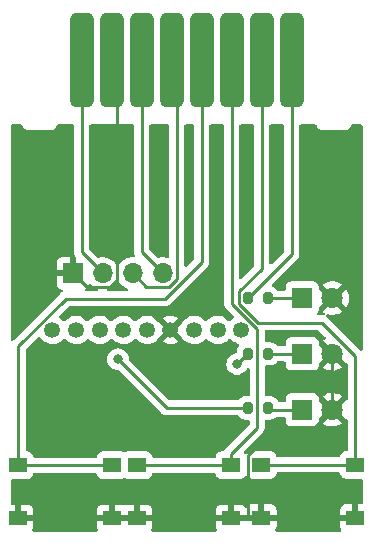
<source format=gtl>
G04 #@! TF.GenerationSoftware,KiCad,Pcbnew,(6.0.4)*
G04 #@! TF.CreationDate,2023-05-30T12:56:23+02:00*
G04 #@! TF.ProjectId,MicroPicoDriveCartridge,4d696372-6f50-4696-936f-447269766543,rev?*
G04 #@! TF.SameCoordinates,Original*
G04 #@! TF.FileFunction,Copper,L1,Top*
G04 #@! TF.FilePolarity,Positive*
%FSLAX46Y46*%
G04 Gerber Fmt 4.6, Leading zero omitted, Abs format (unit mm)*
G04 Created by KiCad (PCBNEW (6.0.4)) date 2023-05-30 12:56:23*
%MOMM*%
%LPD*%
G01*
G04 APERTURE LIST*
G04 Aperture macros list*
%AMRoundRect*
0 Rectangle with rounded corners*
0 $1 Rounding radius*
0 $2 $3 $4 $5 $6 $7 $8 $9 X,Y pos of 4 corners*
0 Add a 4 corners polygon primitive as box body*
4,1,4,$2,$3,$4,$5,$6,$7,$8,$9,$2,$3,0*
0 Add four circle primitives for the rounded corners*
1,1,$1+$1,$2,$3*
1,1,$1+$1,$4,$5*
1,1,$1+$1,$6,$7*
1,1,$1+$1,$8,$9*
0 Add four rect primitives between the rounded corners*
20,1,$1+$1,$2,$3,$4,$5,0*
20,1,$1+$1,$4,$5,$6,$7,0*
20,1,$1+$1,$6,$7,$8,$9,0*
20,1,$1+$1,$8,$9,$2,$3,0*%
G04 Aperture macros list end*
G04 #@! TA.AperFunction,ComponentPad*
%ADD10R,1.800000X1.800000*%
G04 #@! TD*
G04 #@! TA.AperFunction,ComponentPad*
%ADD11C,1.800000*%
G04 #@! TD*
G04 #@! TA.AperFunction,SMDPad,CuDef*
%ADD12RoundRect,0.200000X-0.200000X-0.275000X0.200000X-0.275000X0.200000X0.275000X-0.200000X0.275000X0*%
G04 #@! TD*
G04 #@! TA.AperFunction,SMDPad,CuDef*
%ADD13RoundRect,0.500000X-0.500000X-3.500000X0.500000X-3.500000X0.500000X3.500000X-0.500000X3.500000X0*%
G04 #@! TD*
G04 #@! TA.AperFunction,SMDPad,CuDef*
%ADD14R,1.550000X1.300000*%
G04 #@! TD*
G04 #@! TA.AperFunction,ComponentPad*
%ADD15R,1.700000X1.700000*%
G04 #@! TD*
G04 #@! TA.AperFunction,ComponentPad*
%ADD16O,1.700000X1.700000*%
G04 #@! TD*
G04 #@! TA.AperFunction,ComponentPad*
%ADD17C,1.350000*%
G04 #@! TD*
G04 #@! TA.AperFunction,ViaPad*
%ADD18C,0.800000*%
G04 #@! TD*
G04 #@! TA.AperFunction,Conductor*
%ADD19C,0.250000*%
G04 #@! TD*
G04 APERTURE END LIST*
D10*
X152525000Y-88100000D03*
D11*
X155065000Y-88100000D03*
D12*
X147925000Y-92825000D03*
X149575000Y-92825000D03*
D13*
X133835000Y-67975000D03*
X136375000Y-67975000D03*
X138915000Y-67975000D03*
X141455000Y-67975000D03*
X143995000Y-67975000D03*
X146535000Y-67975000D03*
X149075000Y-67975000D03*
X151615000Y-67975000D03*
D14*
X136400000Y-102250000D03*
X128450000Y-102250000D03*
X136400000Y-106750000D03*
X128450000Y-106750000D03*
D10*
X152525000Y-97550000D03*
D11*
X155065000Y-97550000D03*
D14*
X146475000Y-102250000D03*
X138525000Y-102250000D03*
X146475000Y-106750000D03*
X138525000Y-106750000D03*
D15*
X133065000Y-86000000D03*
D16*
X135605000Y-86000000D03*
X138145000Y-86000000D03*
X140685000Y-86000000D03*
D12*
X147925000Y-97400000D03*
X149575000Y-97400000D03*
D14*
X157000000Y-102225000D03*
X149050000Y-102225000D03*
X157000000Y-106725000D03*
X149050000Y-106725000D03*
D12*
X147925000Y-88100000D03*
X149575000Y-88100000D03*
D10*
X152525000Y-92825000D03*
D11*
X155065000Y-92825000D03*
D17*
X147350000Y-90800000D03*
X145350000Y-90800000D03*
X143350000Y-90800000D03*
X141350000Y-90800000D03*
X139350000Y-90800000D03*
X137350000Y-90800000D03*
X135350000Y-90800000D03*
X133350000Y-90800000D03*
X131350000Y-90800000D03*
D18*
X140075000Y-75250000D03*
X142950000Y-75975000D03*
X135575000Y-81425000D03*
X137800000Y-80550000D03*
X132200000Y-75125000D03*
X135100000Y-75825000D03*
X147625000Y-81950000D03*
X150200000Y-75800000D03*
X146994300Y-93691600D03*
X136912500Y-93278200D03*
D19*
X152525000Y-88100000D02*
X149575000Y-88100000D01*
X136790800Y-68390800D02*
X136790800Y-86565300D01*
X148500000Y-106725000D02*
X147949900Y-106725000D01*
X146475000Y-106750000D02*
X147924900Y-106750000D01*
X136172700Y-87183400D02*
X134248400Y-87183400D01*
X155065000Y-97550000D02*
X152702300Y-99912700D01*
X152702300Y-99912700D02*
X149389300Y-99912700D01*
X128450000Y-106750000D02*
X136400000Y-106750000D01*
X138525000Y-106750000D02*
X146475000Y-106750000D01*
X136790800Y-86565300D02*
X136172700Y-87183400D01*
X136375000Y-67975000D02*
X136790800Y-68390800D01*
X134248400Y-87183400D02*
X133065000Y-86000000D01*
X147949900Y-101352100D02*
X147949900Y-106725000D01*
X155065000Y-92825000D02*
X155065000Y-97550000D01*
X147924900Y-106750000D02*
X147949900Y-106725000D01*
X148500000Y-106725000D02*
X149050000Y-106725000D01*
X136400000Y-106750000D02*
X138525000Y-106750000D01*
X149050000Y-106725000D02*
X157000000Y-106725000D01*
X149389300Y-99912700D02*
X147949900Y-101352100D01*
X152525000Y-92825000D02*
X149575000Y-92825000D01*
X149725000Y-97550000D02*
X149575000Y-97400000D01*
X152525000Y-97550000D02*
X149725000Y-97550000D01*
X133835000Y-67975000D02*
X133835000Y-84230000D01*
X133835000Y-84230000D02*
X135605000Y-86000000D01*
X147860900Y-92825000D02*
X147925000Y-92825000D01*
X146994300Y-93691600D02*
X147860900Y-92825000D01*
X141034300Y-97400000D02*
X147925000Y-97400000D01*
X136912500Y-93278200D02*
X141034300Y-97400000D01*
X138915000Y-84230000D02*
X140685000Y-86000000D01*
X138915000Y-67975000D02*
X138915000Y-84230000D01*
X141226700Y-87179700D02*
X139324700Y-87179700D01*
X141885000Y-86521400D02*
X141226700Y-87179700D01*
X139324700Y-87179700D02*
X138145000Y-86000000D01*
X141885000Y-68405000D02*
X141885000Y-86521400D01*
X141455000Y-67975000D02*
X141885000Y-68405000D01*
X140891600Y-88151500D02*
X132470200Y-88151500D01*
X143995000Y-67975000D02*
X143995000Y-85048100D01*
X128475000Y-92146700D02*
X128475000Y-102225000D01*
X130294600Y-102250000D02*
X136400000Y-102250000D01*
X143995000Y-85048100D02*
X140891600Y-88151500D01*
X132470200Y-88151500D02*
X128475000Y-92146700D01*
X128450000Y-102250000D02*
X130294600Y-102250000D01*
X128475000Y-102225000D02*
X128450000Y-102250000D01*
X148685900Y-99064000D02*
X146475000Y-101274900D01*
X138525000Y-102250000D02*
X139625100Y-102250000D01*
X146535000Y-67975000D02*
X146535000Y-88570400D01*
X146475000Y-102250000D02*
X139625100Y-102250000D01*
X146475000Y-102250000D02*
X146475000Y-101274900D01*
X148685900Y-90721300D02*
X148685900Y-99064000D01*
X146535000Y-88570400D02*
X148685900Y-90721300D01*
X147199000Y-87524200D02*
X149075000Y-85648200D01*
X154194500Y-90196100D02*
X148799800Y-90196100D01*
X148799800Y-90196100D02*
X147199000Y-88595300D01*
X147199000Y-88595300D02*
X147199000Y-87524200D01*
X156320600Y-102225000D02*
X157000000Y-102225000D01*
X149075000Y-85648200D02*
X149075000Y-67975000D01*
X157000000Y-93001600D02*
X154194500Y-90196100D01*
X157000000Y-102225000D02*
X157000000Y-93001600D01*
X149050000Y-102225000D02*
X156320600Y-102225000D01*
X151615000Y-84410000D02*
X147925000Y-88100000D01*
X151615000Y-67975000D02*
X151615000Y-84410000D01*
G04 #@! TA.AperFunction,Conductor*
G36*
X155664546Y-102878502D02*
G01*
X155711039Y-102932158D01*
X155721688Y-102970892D01*
X155723255Y-102985316D01*
X155774385Y-103121705D01*
X155861739Y-103238261D01*
X155978295Y-103325615D01*
X156114684Y-103376745D01*
X156176866Y-103383500D01*
X157490500Y-103383500D01*
X157558621Y-103403502D01*
X157605114Y-103457158D01*
X157616500Y-103509500D01*
X157616500Y-105441000D01*
X157596498Y-105509121D01*
X157542842Y-105555614D01*
X157490500Y-105567000D01*
X157272115Y-105567000D01*
X157256876Y-105571475D01*
X157255671Y-105572865D01*
X157254000Y-105580548D01*
X157254000Y-106853000D01*
X157233998Y-106921121D01*
X157180342Y-106967614D01*
X157128000Y-106979000D01*
X155735116Y-106979000D01*
X155719877Y-106983475D01*
X155718672Y-106984865D01*
X155717001Y-106992548D01*
X155717001Y-107419669D01*
X155717371Y-107426490D01*
X155722895Y-107477352D01*
X155726521Y-107492604D01*
X155771676Y-107613054D01*
X155780214Y-107628649D01*
X155807409Y-107664935D01*
X155832257Y-107731442D01*
X155817204Y-107800824D01*
X155767030Y-107851054D01*
X155706583Y-107866500D01*
X150343417Y-107866500D01*
X150275296Y-107846498D01*
X150228803Y-107792842D01*
X150218699Y-107722568D01*
X150242591Y-107664935D01*
X150269786Y-107628649D01*
X150278324Y-107613054D01*
X150323478Y-107492606D01*
X150327105Y-107477351D01*
X150332631Y-107426486D01*
X150333000Y-107419672D01*
X150333000Y-106997115D01*
X150328525Y-106981876D01*
X150327135Y-106980671D01*
X150319452Y-106979000D01*
X147816115Y-106979000D01*
X147771720Y-106992035D01*
X147761043Y-106998897D01*
X147725548Y-107004000D01*
X145210116Y-107004000D01*
X145194877Y-107008475D01*
X145193672Y-107009865D01*
X145192001Y-107017548D01*
X145192001Y-107444669D01*
X145192371Y-107451490D01*
X145197895Y-107502352D01*
X145201521Y-107517604D01*
X145246676Y-107638054D01*
X145255212Y-107653644D01*
X145263673Y-107664934D01*
X145288521Y-107731440D01*
X145273469Y-107800823D01*
X145223295Y-107851053D01*
X145162847Y-107866500D01*
X139837153Y-107866500D01*
X139769032Y-107846498D01*
X139722539Y-107792842D01*
X139712435Y-107722568D01*
X139736327Y-107664934D01*
X139744788Y-107653644D01*
X139753324Y-107638054D01*
X139798478Y-107517606D01*
X139802105Y-107502351D01*
X139807631Y-107451486D01*
X139808000Y-107444672D01*
X139808000Y-107022115D01*
X139803525Y-107006876D01*
X139802135Y-107005671D01*
X139794452Y-107004000D01*
X135135116Y-107004000D01*
X135119877Y-107008475D01*
X135118672Y-107009865D01*
X135117001Y-107017548D01*
X135117001Y-107444669D01*
X135117371Y-107451490D01*
X135122895Y-107502352D01*
X135126521Y-107517604D01*
X135171676Y-107638054D01*
X135180212Y-107653644D01*
X135188673Y-107664934D01*
X135213521Y-107731440D01*
X135198469Y-107800823D01*
X135148295Y-107851053D01*
X135087847Y-107866500D01*
X129762153Y-107866500D01*
X129694032Y-107846498D01*
X129647539Y-107792842D01*
X129637435Y-107722568D01*
X129661327Y-107664934D01*
X129669788Y-107653644D01*
X129678324Y-107638054D01*
X129723478Y-107517606D01*
X129727105Y-107502351D01*
X129732631Y-107451486D01*
X129733000Y-107444672D01*
X129733000Y-107022115D01*
X129728525Y-107006876D01*
X129727135Y-107005671D01*
X129719452Y-107004000D01*
X128322000Y-107004000D01*
X128253879Y-106983998D01*
X128207386Y-106930342D01*
X128196000Y-106878000D01*
X128196000Y-106477885D01*
X128704000Y-106477885D01*
X128708475Y-106493124D01*
X128709865Y-106494329D01*
X128717548Y-106496000D01*
X129714884Y-106496000D01*
X129730123Y-106491525D01*
X129731328Y-106490135D01*
X129732999Y-106482452D01*
X129732999Y-106477885D01*
X135117000Y-106477885D01*
X135121475Y-106493124D01*
X135122865Y-106494329D01*
X135130548Y-106496000D01*
X136127885Y-106496000D01*
X136143124Y-106491525D01*
X136144329Y-106490135D01*
X136146000Y-106482452D01*
X136146000Y-106477885D01*
X136654000Y-106477885D01*
X136658475Y-106493124D01*
X136659865Y-106494329D01*
X136667548Y-106496000D01*
X138252885Y-106496000D01*
X138268124Y-106491525D01*
X138269329Y-106490135D01*
X138271000Y-106482452D01*
X138271000Y-106477885D01*
X138779000Y-106477885D01*
X138783475Y-106493124D01*
X138784865Y-106494329D01*
X138792548Y-106496000D01*
X139789884Y-106496000D01*
X139805123Y-106491525D01*
X139806328Y-106490135D01*
X139807999Y-106482452D01*
X139807999Y-106477885D01*
X145192000Y-106477885D01*
X145196475Y-106493124D01*
X145197865Y-106494329D01*
X145205548Y-106496000D01*
X146202885Y-106496000D01*
X146218124Y-106491525D01*
X146219329Y-106490135D01*
X146221000Y-106482452D01*
X146221000Y-106477885D01*
X146729000Y-106477885D01*
X146733475Y-106493124D01*
X146734865Y-106494329D01*
X146742548Y-106496000D01*
X147708885Y-106496000D01*
X147753280Y-106482965D01*
X147763957Y-106476103D01*
X147799452Y-106471000D01*
X148777885Y-106471000D01*
X148793124Y-106466525D01*
X148794329Y-106465135D01*
X148796000Y-106457452D01*
X148796000Y-106452885D01*
X149304000Y-106452885D01*
X149308475Y-106468124D01*
X149309865Y-106469329D01*
X149317548Y-106471000D01*
X150314884Y-106471000D01*
X150330123Y-106466525D01*
X150331328Y-106465135D01*
X150332999Y-106457452D01*
X150332999Y-106452885D01*
X155717000Y-106452885D01*
X155721475Y-106468124D01*
X155722865Y-106469329D01*
X155730548Y-106471000D01*
X156727885Y-106471000D01*
X156743124Y-106466525D01*
X156744329Y-106465135D01*
X156746000Y-106457452D01*
X156746000Y-105585116D01*
X156741525Y-105569877D01*
X156740135Y-105568672D01*
X156732452Y-105567001D01*
X156180331Y-105567001D01*
X156173510Y-105567371D01*
X156122648Y-105572895D01*
X156107396Y-105576521D01*
X155986946Y-105621676D01*
X155971351Y-105630214D01*
X155869276Y-105706715D01*
X155856715Y-105719276D01*
X155780214Y-105821351D01*
X155771676Y-105836946D01*
X155726522Y-105957394D01*
X155722895Y-105972649D01*
X155717369Y-106023514D01*
X155717000Y-106030328D01*
X155717000Y-106452885D01*
X150332999Y-106452885D01*
X150332999Y-106030331D01*
X150332629Y-106023510D01*
X150327105Y-105972648D01*
X150323479Y-105957396D01*
X150278324Y-105836946D01*
X150269786Y-105821351D01*
X150193285Y-105719276D01*
X150180724Y-105706715D01*
X150078649Y-105630214D01*
X150063054Y-105621676D01*
X149942606Y-105576522D01*
X149927351Y-105572895D01*
X149876486Y-105567369D01*
X149869672Y-105567000D01*
X149322115Y-105567000D01*
X149306876Y-105571475D01*
X149305671Y-105572865D01*
X149304000Y-105580548D01*
X149304000Y-106452885D01*
X148796000Y-106452885D01*
X148796000Y-105585116D01*
X148791525Y-105569877D01*
X148790135Y-105568672D01*
X148782452Y-105567001D01*
X148230331Y-105567001D01*
X148223510Y-105567371D01*
X148172648Y-105572895D01*
X148157396Y-105576521D01*
X148036946Y-105621676D01*
X148021351Y-105630214D01*
X147919276Y-105706715D01*
X147906719Y-105719272D01*
X147853959Y-105789670D01*
X147797099Y-105832185D01*
X147726281Y-105837211D01*
X147663987Y-105803151D01*
X147652306Y-105789670D01*
X147618285Y-105744276D01*
X147605724Y-105731715D01*
X147503649Y-105655214D01*
X147488054Y-105646676D01*
X147367606Y-105601522D01*
X147352351Y-105597895D01*
X147301486Y-105592369D01*
X147294672Y-105592000D01*
X146747115Y-105592000D01*
X146731876Y-105596475D01*
X146730671Y-105597865D01*
X146729000Y-105605548D01*
X146729000Y-106477885D01*
X146221000Y-106477885D01*
X146221000Y-105610116D01*
X146216525Y-105594877D01*
X146215135Y-105593672D01*
X146207452Y-105592001D01*
X145655331Y-105592001D01*
X145648510Y-105592371D01*
X145597648Y-105597895D01*
X145582396Y-105601521D01*
X145461946Y-105646676D01*
X145446351Y-105655214D01*
X145344276Y-105731715D01*
X145331715Y-105744276D01*
X145255214Y-105846351D01*
X145246676Y-105861946D01*
X145201522Y-105982394D01*
X145197895Y-105997649D01*
X145192369Y-106048514D01*
X145192000Y-106055328D01*
X145192000Y-106477885D01*
X139807999Y-106477885D01*
X139807999Y-106055331D01*
X139807629Y-106048510D01*
X139802105Y-105997648D01*
X139798479Y-105982396D01*
X139753324Y-105861946D01*
X139744786Y-105846351D01*
X139668285Y-105744276D01*
X139655724Y-105731715D01*
X139553649Y-105655214D01*
X139538054Y-105646676D01*
X139417606Y-105601522D01*
X139402351Y-105597895D01*
X139351486Y-105592369D01*
X139344672Y-105592000D01*
X138797115Y-105592000D01*
X138781876Y-105596475D01*
X138780671Y-105597865D01*
X138779000Y-105605548D01*
X138779000Y-106477885D01*
X138271000Y-106477885D01*
X138271000Y-105610116D01*
X138266525Y-105594877D01*
X138265135Y-105593672D01*
X138257452Y-105592001D01*
X137705331Y-105592001D01*
X137698510Y-105592371D01*
X137647648Y-105597895D01*
X137632394Y-105601522D01*
X137506729Y-105648631D01*
X137435922Y-105653814D01*
X137418271Y-105648631D01*
X137292609Y-105601522D01*
X137277351Y-105597895D01*
X137226486Y-105592369D01*
X137219672Y-105592000D01*
X136672115Y-105592000D01*
X136656876Y-105596475D01*
X136655671Y-105597865D01*
X136654000Y-105605548D01*
X136654000Y-106477885D01*
X136146000Y-106477885D01*
X136146000Y-105610116D01*
X136141525Y-105594877D01*
X136140135Y-105593672D01*
X136132452Y-105592001D01*
X135580331Y-105592001D01*
X135573510Y-105592371D01*
X135522648Y-105597895D01*
X135507396Y-105601521D01*
X135386946Y-105646676D01*
X135371351Y-105655214D01*
X135269276Y-105731715D01*
X135256715Y-105744276D01*
X135180214Y-105846351D01*
X135171676Y-105861946D01*
X135126522Y-105982394D01*
X135122895Y-105997649D01*
X135117369Y-106048514D01*
X135117000Y-106055328D01*
X135117000Y-106477885D01*
X129732999Y-106477885D01*
X129732999Y-106055331D01*
X129732629Y-106048510D01*
X129727105Y-105997648D01*
X129723479Y-105982396D01*
X129678324Y-105861946D01*
X129669786Y-105846351D01*
X129593285Y-105744276D01*
X129580724Y-105731715D01*
X129478649Y-105655214D01*
X129463054Y-105646676D01*
X129342606Y-105601522D01*
X129327351Y-105597895D01*
X129276486Y-105592369D01*
X129269672Y-105592000D01*
X128722115Y-105592000D01*
X128706876Y-105596475D01*
X128705671Y-105597865D01*
X128704000Y-105605548D01*
X128704000Y-106477885D01*
X128196000Y-106477885D01*
X128196000Y-105610116D01*
X128191525Y-105594877D01*
X128190135Y-105593672D01*
X128182452Y-105592001D01*
X127959500Y-105592001D01*
X127891379Y-105571999D01*
X127844886Y-105518343D01*
X127833500Y-105466001D01*
X127833500Y-103534500D01*
X127853502Y-103466379D01*
X127907158Y-103419886D01*
X127959500Y-103408500D01*
X129273134Y-103408500D01*
X129335316Y-103401745D01*
X129471705Y-103350615D01*
X129588261Y-103263261D01*
X129675615Y-103146705D01*
X129726745Y-103010316D01*
X129728312Y-102995892D01*
X129755554Y-102930330D01*
X129813917Y-102889904D01*
X129853575Y-102883500D01*
X134996425Y-102883500D01*
X135064546Y-102903502D01*
X135111039Y-102957158D01*
X135121688Y-102995892D01*
X135123255Y-103010316D01*
X135174385Y-103146705D01*
X135261739Y-103263261D01*
X135378295Y-103350615D01*
X135514684Y-103401745D01*
X135576866Y-103408500D01*
X137223134Y-103408500D01*
X137285316Y-103401745D01*
X137292712Y-103398973D01*
X137292718Y-103398971D01*
X137418271Y-103351903D01*
X137489078Y-103346720D01*
X137506729Y-103351903D01*
X137632282Y-103398971D01*
X137632288Y-103398973D01*
X137639684Y-103401745D01*
X137701866Y-103408500D01*
X139348134Y-103408500D01*
X139410316Y-103401745D01*
X139546705Y-103350615D01*
X139663261Y-103263261D01*
X139750615Y-103146705D01*
X139801745Y-103010316D01*
X139803312Y-102995892D01*
X139830554Y-102930330D01*
X139888917Y-102889904D01*
X139928575Y-102883500D01*
X145071425Y-102883500D01*
X145139546Y-102903502D01*
X145186039Y-102957158D01*
X145196688Y-102995892D01*
X145198255Y-103010316D01*
X145249385Y-103146705D01*
X145336739Y-103263261D01*
X145453295Y-103350615D01*
X145589684Y-103401745D01*
X145651866Y-103408500D01*
X147298134Y-103408500D01*
X147360316Y-103401745D01*
X147496705Y-103350615D01*
X147613261Y-103263261D01*
X147671043Y-103186163D01*
X147727901Y-103143649D01*
X147798720Y-103138623D01*
X147861013Y-103172683D01*
X147872691Y-103186160D01*
X147911739Y-103238261D01*
X148028295Y-103325615D01*
X148164684Y-103376745D01*
X148226866Y-103383500D01*
X149873134Y-103383500D01*
X149935316Y-103376745D01*
X150071705Y-103325615D01*
X150188261Y-103238261D01*
X150275615Y-103121705D01*
X150326745Y-102985316D01*
X150328312Y-102970892D01*
X150355554Y-102905330D01*
X150413917Y-102864904D01*
X150453575Y-102858500D01*
X155596425Y-102858500D01*
X155664546Y-102878502D01*
G37*
G04 #@! TD.AperFunction*
G04 #@! TA.AperFunction,Conductor*
G36*
X145843621Y-73420002D02*
G01*
X145890114Y-73473658D01*
X145901500Y-73526000D01*
X145901500Y-88491633D01*
X145900973Y-88502816D01*
X145899298Y-88510309D01*
X145899547Y-88518235D01*
X145899547Y-88518236D01*
X145901438Y-88578386D01*
X145901500Y-88582345D01*
X145901500Y-88610256D01*
X145901997Y-88614190D01*
X145901997Y-88614191D01*
X145902005Y-88614256D01*
X145902938Y-88626093D01*
X145904327Y-88670289D01*
X145909978Y-88689739D01*
X145913987Y-88709100D01*
X145916526Y-88729197D01*
X145919445Y-88736568D01*
X145919445Y-88736570D01*
X145932804Y-88770312D01*
X145936649Y-88781542D01*
X145946480Y-88815381D01*
X145948982Y-88823993D01*
X145953015Y-88830812D01*
X145953017Y-88830817D01*
X145959293Y-88841428D01*
X145967988Y-88859176D01*
X145975448Y-88878017D01*
X145980110Y-88884433D01*
X145980110Y-88884434D01*
X146001436Y-88913787D01*
X146007952Y-88923707D01*
X146030458Y-88961762D01*
X146044779Y-88976083D01*
X146057619Y-88991116D01*
X146069528Y-89007507D01*
X146091244Y-89025472D01*
X146103605Y-89035698D01*
X146112384Y-89043688D01*
X146697174Y-89628478D01*
X146731200Y-89690790D01*
X146726135Y-89761605D01*
X146683588Y-89818441D01*
X146672503Y-89825857D01*
X146656345Y-89835470D01*
X146656341Y-89835473D01*
X146651376Y-89838427D01*
X146487842Y-89981842D01*
X146484270Y-89986372D01*
X146484269Y-89986374D01*
X146450007Y-90029834D01*
X146392125Y-90070947D01*
X146321205Y-90074239D01*
X146259763Y-90038667D01*
X146250100Y-90027215D01*
X146236737Y-90009319D01*
X146236730Y-90009312D01*
X146233280Y-90004691D01*
X146073556Y-89857044D01*
X145889599Y-89740976D01*
X145687572Y-89660376D01*
X145499815Y-89623028D01*
X145479905Y-89619068D01*
X145479904Y-89619068D01*
X145474239Y-89617941D01*
X145468464Y-89617865D01*
X145468460Y-89617865D01*
X145359419Y-89616438D01*
X145256746Y-89615094D01*
X145251049Y-89616073D01*
X145251048Y-89616073D01*
X145048065Y-89650952D01*
X145048062Y-89650953D01*
X145042375Y-89651930D01*
X144838307Y-89727214D01*
X144651376Y-89838427D01*
X144487842Y-89981842D01*
X144484270Y-89986372D01*
X144484269Y-89986374D01*
X144450007Y-90029834D01*
X144392125Y-90070947D01*
X144321205Y-90074239D01*
X144259763Y-90038667D01*
X144250100Y-90027215D01*
X144236737Y-90009319D01*
X144236730Y-90009312D01*
X144233280Y-90004691D01*
X144073556Y-89857044D01*
X143889599Y-89740976D01*
X143687572Y-89660376D01*
X143499815Y-89623028D01*
X143479905Y-89619068D01*
X143479904Y-89619068D01*
X143474239Y-89617941D01*
X143468464Y-89617865D01*
X143468460Y-89617865D01*
X143359419Y-89616438D01*
X143256746Y-89615094D01*
X143251049Y-89616073D01*
X143251048Y-89616073D01*
X143048065Y-89650952D01*
X143048062Y-89650953D01*
X143042375Y-89651930D01*
X142838307Y-89727214D01*
X142651376Y-89838427D01*
X142487842Y-89981842D01*
X142353181Y-90152658D01*
X142352991Y-90153020D01*
X142339369Y-90169842D01*
X141722021Y-90787189D01*
X141714408Y-90801132D01*
X141714539Y-90802966D01*
X141718790Y-90809580D01*
X142348152Y-91438941D01*
X142346542Y-91440551D01*
X142364961Y-91456959D01*
X142442869Y-91567196D01*
X142442873Y-91567200D01*
X142446204Y-91571914D01*
X142602009Y-91723692D01*
X142782863Y-91844536D01*
X142788171Y-91846817D01*
X142788172Y-91846817D01*
X142977409Y-91928119D01*
X142977412Y-91928120D01*
X142982712Y-91930397D01*
X142988342Y-91931671D01*
X143187025Y-91976629D01*
X143194860Y-91978402D01*
X143200631Y-91978629D01*
X143200633Y-91978629D01*
X143273620Y-91981496D01*
X143412205Y-91986941D01*
X143627466Y-91955730D01*
X143632930Y-91953875D01*
X143632935Y-91953874D01*
X143827963Y-91887671D01*
X143827968Y-91887669D01*
X143833435Y-91885813D01*
X143839296Y-91882531D01*
X143947990Y-91821659D01*
X144023213Y-91779532D01*
X144190446Y-91640446D01*
X144250252Y-91568537D01*
X144309189Y-91528953D01*
X144380171Y-91527517D01*
X144442913Y-91567258D01*
X144446204Y-91571914D01*
X144450346Y-91575949D01*
X144450348Y-91575951D01*
X144564039Y-91686703D01*
X144602009Y-91723692D01*
X144782863Y-91844536D01*
X144788171Y-91846817D01*
X144788172Y-91846817D01*
X144977409Y-91928119D01*
X144977412Y-91928120D01*
X144982712Y-91930397D01*
X144988342Y-91931671D01*
X145187025Y-91976629D01*
X145194860Y-91978402D01*
X145200631Y-91978629D01*
X145200633Y-91978629D01*
X145273620Y-91981496D01*
X145412205Y-91986941D01*
X145627466Y-91955730D01*
X145632930Y-91953875D01*
X145632935Y-91953874D01*
X145827963Y-91887671D01*
X145827968Y-91887669D01*
X145833435Y-91885813D01*
X145839296Y-91882531D01*
X145947990Y-91821659D01*
X146023213Y-91779532D01*
X146190446Y-91640446D01*
X146250252Y-91568537D01*
X146309189Y-91528953D01*
X146380171Y-91527517D01*
X146442913Y-91567258D01*
X146446204Y-91571914D01*
X146450346Y-91575949D01*
X146450348Y-91575951D01*
X146564039Y-91686703D01*
X146602009Y-91723692D01*
X146782863Y-91844536D01*
X146788171Y-91846817D01*
X146788172Y-91846817D01*
X146977409Y-91928119D01*
X146977412Y-91928120D01*
X146982712Y-91930397D01*
X147028978Y-91940866D01*
X147066497Y-91949356D01*
X147128523Y-91983899D01*
X147162028Y-92046493D01*
X147156372Y-92117264D01*
X147146465Y-92137517D01*
X147074528Y-92256301D01*
X147023247Y-92419938D01*
X147016500Y-92493365D01*
X147016500Y-92657974D01*
X146996498Y-92726095D01*
X146942842Y-92772588D01*
X146904340Y-92783100D01*
X146898813Y-92783100D01*
X146712012Y-92822806D01*
X146705982Y-92825491D01*
X146705981Y-92825491D01*
X146543578Y-92897797D01*
X146543576Y-92897798D01*
X146537548Y-92900482D01*
X146383047Y-93012734D01*
X146255260Y-93154656D01*
X146159773Y-93320044D01*
X146100758Y-93501672D01*
X146100068Y-93508233D01*
X146100068Y-93508235D01*
X146085223Y-93649480D01*
X146080796Y-93691600D01*
X146081486Y-93698165D01*
X146096679Y-93842715D01*
X146100758Y-93881528D01*
X146159773Y-94063156D01*
X146163076Y-94068878D01*
X146163077Y-94068879D01*
X146164881Y-94072003D01*
X146255260Y-94228544D01*
X146383047Y-94370466D01*
X146537548Y-94482718D01*
X146543576Y-94485402D01*
X146543578Y-94485403D01*
X146705981Y-94557709D01*
X146712012Y-94560394D01*
X146805412Y-94580247D01*
X146892356Y-94598728D01*
X146892361Y-94598728D01*
X146898813Y-94600100D01*
X147089787Y-94600100D01*
X147096239Y-94598728D01*
X147096244Y-94598728D01*
X147183187Y-94580247D01*
X147276588Y-94560394D01*
X147282619Y-94557709D01*
X147445022Y-94485403D01*
X147445024Y-94485402D01*
X147451052Y-94482718D01*
X147605553Y-94370466D01*
X147733340Y-94228544D01*
X147817281Y-94083154D01*
X147868663Y-94034161D01*
X147938377Y-94020725D01*
X148004288Y-94047111D01*
X148045470Y-94104943D01*
X148052400Y-94146154D01*
X148052400Y-96290500D01*
X148032398Y-96358621D01*
X147978742Y-96405114D01*
X147926400Y-96416500D01*
X147676957Y-96416501D01*
X147668366Y-96416501D01*
X147665508Y-96416764D01*
X147665499Y-96416764D01*
X147629996Y-96420026D01*
X147594938Y-96423247D01*
X147588560Y-96425246D01*
X147588559Y-96425246D01*
X147438550Y-96472256D01*
X147438548Y-96472257D01*
X147431301Y-96474528D01*
X147284619Y-96563361D01*
X147163361Y-96684619D01*
X147159424Y-96691120D01*
X147150551Y-96705771D01*
X147098154Y-96753678D01*
X147042775Y-96766500D01*
X141348895Y-96766500D01*
X141280774Y-96746498D01*
X141259800Y-96729595D01*
X137859622Y-93329417D01*
X137825596Y-93267105D01*
X137823407Y-93253492D01*
X137806732Y-93094835D01*
X137806732Y-93094833D01*
X137806042Y-93088272D01*
X137747027Y-92906644D01*
X137743470Y-92900482D01*
X137670153Y-92773495D01*
X137651540Y-92741256D01*
X137572442Y-92653408D01*
X137528175Y-92604245D01*
X137528174Y-92604244D01*
X137523753Y-92599334D01*
X137424657Y-92527336D01*
X137374594Y-92490963D01*
X137374593Y-92490962D01*
X137369252Y-92487082D01*
X137363224Y-92484398D01*
X137363222Y-92484397D01*
X137200819Y-92412091D01*
X137200818Y-92412091D01*
X137194788Y-92409406D01*
X137101387Y-92389553D01*
X137014444Y-92371072D01*
X137014439Y-92371072D01*
X137007987Y-92369700D01*
X136817013Y-92369700D01*
X136810561Y-92371072D01*
X136810556Y-92371072D01*
X136723613Y-92389553D01*
X136630212Y-92409406D01*
X136624182Y-92412091D01*
X136624181Y-92412091D01*
X136461778Y-92484397D01*
X136461776Y-92484398D01*
X136455748Y-92487082D01*
X136450407Y-92490962D01*
X136450406Y-92490963D01*
X136400343Y-92527336D01*
X136301247Y-92599334D01*
X136296826Y-92604244D01*
X136296825Y-92604245D01*
X136252559Y-92653408D01*
X136173460Y-92741256D01*
X136154847Y-92773495D01*
X136081531Y-92900482D01*
X136077973Y-92906644D01*
X136018958Y-93088272D01*
X136018268Y-93094833D01*
X136018268Y-93094835D01*
X136007868Y-93193790D01*
X135998996Y-93278200D01*
X135999686Y-93284765D01*
X136004055Y-93326329D01*
X136018958Y-93468128D01*
X136077973Y-93649756D01*
X136173460Y-93815144D01*
X136177878Y-93820051D01*
X136177879Y-93820052D01*
X136296825Y-93952155D01*
X136301247Y-93957066D01*
X136455748Y-94069318D01*
X136461776Y-94072002D01*
X136461778Y-94072003D01*
X136624181Y-94144309D01*
X136630212Y-94146994D01*
X136723613Y-94166847D01*
X136810556Y-94185328D01*
X136810561Y-94185328D01*
X136817013Y-94186700D01*
X136872906Y-94186700D01*
X136941027Y-94206702D01*
X136962001Y-94223605D01*
X140530643Y-97792247D01*
X140538187Y-97800537D01*
X140542300Y-97807018D01*
X140548077Y-97812443D01*
X140591967Y-97853658D01*
X140594809Y-97856413D01*
X140614530Y-97876134D01*
X140617725Y-97878612D01*
X140626747Y-97886318D01*
X140658979Y-97916586D01*
X140665928Y-97920406D01*
X140676732Y-97926346D01*
X140693256Y-97937199D01*
X140709259Y-97949613D01*
X140749843Y-97967176D01*
X140760473Y-97972383D01*
X140799240Y-97993695D01*
X140806917Y-97995666D01*
X140806922Y-97995668D01*
X140818858Y-97998732D01*
X140837566Y-98005137D01*
X140856155Y-98013181D01*
X140863980Y-98014420D01*
X140863982Y-98014421D01*
X140899819Y-98020097D01*
X140911440Y-98022504D01*
X140946589Y-98031528D01*
X140954270Y-98033500D01*
X140974531Y-98033500D01*
X140994240Y-98035051D01*
X141014243Y-98038219D01*
X141022135Y-98037473D01*
X141027362Y-98036979D01*
X141058254Y-98034059D01*
X141070111Y-98033500D01*
X147042775Y-98033500D01*
X147110896Y-98053502D01*
X147150551Y-98094229D01*
X147163361Y-98115381D01*
X147284619Y-98236639D01*
X147431301Y-98325472D01*
X147438548Y-98327743D01*
X147438550Y-98327744D01*
X147468393Y-98337096D01*
X147594938Y-98376753D01*
X147668365Y-98383500D01*
X147676999Y-98383500D01*
X147926401Y-98383499D01*
X147994520Y-98403501D01*
X148041013Y-98457156D01*
X148052400Y-98509499D01*
X148052400Y-98749406D01*
X148032398Y-98817527D01*
X148015495Y-98838501D01*
X146082747Y-100771248D01*
X146074461Y-100778788D01*
X146067982Y-100782900D01*
X146062557Y-100788677D01*
X146021357Y-100832551D01*
X146018602Y-100835393D01*
X145998865Y-100855130D01*
X145996385Y-100858327D01*
X145988682Y-100867347D01*
X145958414Y-100899579D01*
X145954595Y-100906525D01*
X145954593Y-100906528D01*
X145948652Y-100917334D01*
X145937801Y-100933853D01*
X145925386Y-100949859D01*
X145922241Y-100957128D01*
X145922238Y-100957132D01*
X145907826Y-100990437D01*
X145902609Y-101001087D01*
X145888803Y-101026201D01*
X145838460Y-101076259D01*
X145778389Y-101091500D01*
X145651866Y-101091500D01*
X145589684Y-101098255D01*
X145453295Y-101149385D01*
X145336739Y-101236739D01*
X145249385Y-101353295D01*
X145198255Y-101489684D01*
X145197402Y-101497540D01*
X145196688Y-101504108D01*
X145169446Y-101569670D01*
X145111083Y-101610096D01*
X145071425Y-101616500D01*
X139928575Y-101616500D01*
X139860454Y-101596498D01*
X139813961Y-101542842D01*
X139803312Y-101504108D01*
X139802598Y-101497540D01*
X139801745Y-101489684D01*
X139750615Y-101353295D01*
X139663261Y-101236739D01*
X139546705Y-101149385D01*
X139410316Y-101098255D01*
X139348134Y-101091500D01*
X137701866Y-101091500D01*
X137639684Y-101098255D01*
X137632288Y-101101027D01*
X137632282Y-101101029D01*
X137506729Y-101148097D01*
X137435922Y-101153280D01*
X137418271Y-101148097D01*
X137292718Y-101101029D01*
X137292712Y-101101027D01*
X137285316Y-101098255D01*
X137223134Y-101091500D01*
X135576866Y-101091500D01*
X135514684Y-101098255D01*
X135378295Y-101149385D01*
X135261739Y-101236739D01*
X135174385Y-101353295D01*
X135123255Y-101489684D01*
X135122402Y-101497540D01*
X135121688Y-101504108D01*
X135094446Y-101569670D01*
X135036083Y-101610096D01*
X134996425Y-101616500D01*
X129853575Y-101616500D01*
X129785454Y-101596498D01*
X129738961Y-101542842D01*
X129728312Y-101504108D01*
X129727598Y-101497540D01*
X129726745Y-101489684D01*
X129675615Y-101353295D01*
X129588261Y-101236739D01*
X129471705Y-101149385D01*
X129335316Y-101098255D01*
X129273134Y-101091500D01*
X129234500Y-101091500D01*
X129166379Y-101071498D01*
X129119886Y-101017842D01*
X129108500Y-100965500D01*
X129108500Y-92461294D01*
X129128502Y-92393173D01*
X129145405Y-92372199D01*
X130133239Y-91384366D01*
X130195551Y-91350340D01*
X130266367Y-91355405D01*
X130325230Y-91400740D01*
X130446204Y-91571914D01*
X130602009Y-91723692D01*
X130782863Y-91844536D01*
X130788171Y-91846817D01*
X130788172Y-91846817D01*
X130977409Y-91928119D01*
X130977412Y-91928120D01*
X130982712Y-91930397D01*
X130988342Y-91931671D01*
X131187025Y-91976629D01*
X131194860Y-91978402D01*
X131200631Y-91978629D01*
X131200633Y-91978629D01*
X131273620Y-91981496D01*
X131412205Y-91986941D01*
X131627466Y-91955730D01*
X131632930Y-91953875D01*
X131632935Y-91953874D01*
X131827963Y-91887671D01*
X131827968Y-91887669D01*
X131833435Y-91885813D01*
X131839296Y-91882531D01*
X131947990Y-91821659D01*
X132023213Y-91779532D01*
X132190446Y-91640446D01*
X132250252Y-91568537D01*
X132309189Y-91528953D01*
X132380171Y-91527517D01*
X132442913Y-91567258D01*
X132446204Y-91571914D01*
X132450346Y-91575949D01*
X132450348Y-91575951D01*
X132564039Y-91686703D01*
X132602009Y-91723692D01*
X132782863Y-91844536D01*
X132788171Y-91846817D01*
X132788172Y-91846817D01*
X132977409Y-91928119D01*
X132977412Y-91928120D01*
X132982712Y-91930397D01*
X132988342Y-91931671D01*
X133187025Y-91976629D01*
X133194860Y-91978402D01*
X133200631Y-91978629D01*
X133200633Y-91978629D01*
X133273620Y-91981496D01*
X133412205Y-91986941D01*
X133627466Y-91955730D01*
X133632930Y-91953875D01*
X133632935Y-91953874D01*
X133827963Y-91887671D01*
X133827968Y-91887669D01*
X133833435Y-91885813D01*
X133839296Y-91882531D01*
X133947990Y-91821659D01*
X134023213Y-91779532D01*
X134190446Y-91640446D01*
X134250252Y-91568537D01*
X134309189Y-91528953D01*
X134380171Y-91527517D01*
X134442913Y-91567258D01*
X134446204Y-91571914D01*
X134450346Y-91575949D01*
X134450348Y-91575951D01*
X134564039Y-91686703D01*
X134602009Y-91723692D01*
X134782863Y-91844536D01*
X134788171Y-91846817D01*
X134788172Y-91846817D01*
X134977409Y-91928119D01*
X134977412Y-91928120D01*
X134982712Y-91930397D01*
X134988342Y-91931671D01*
X135187025Y-91976629D01*
X135194860Y-91978402D01*
X135200631Y-91978629D01*
X135200633Y-91978629D01*
X135273620Y-91981496D01*
X135412205Y-91986941D01*
X135627466Y-91955730D01*
X135632930Y-91953875D01*
X135632935Y-91953874D01*
X135827963Y-91887671D01*
X135827968Y-91887669D01*
X135833435Y-91885813D01*
X135839296Y-91882531D01*
X135947990Y-91821659D01*
X136023213Y-91779532D01*
X136190446Y-91640446D01*
X136250252Y-91568537D01*
X136309189Y-91528953D01*
X136380171Y-91527517D01*
X136442913Y-91567258D01*
X136446204Y-91571914D01*
X136450346Y-91575949D01*
X136450348Y-91575951D01*
X136564039Y-91686703D01*
X136602009Y-91723692D01*
X136782863Y-91844536D01*
X136788171Y-91846817D01*
X136788172Y-91846817D01*
X136977409Y-91928119D01*
X136977412Y-91928120D01*
X136982712Y-91930397D01*
X136988342Y-91931671D01*
X137187025Y-91976629D01*
X137194860Y-91978402D01*
X137200631Y-91978629D01*
X137200633Y-91978629D01*
X137273620Y-91981496D01*
X137412205Y-91986941D01*
X137627466Y-91955730D01*
X137632930Y-91953875D01*
X137632935Y-91953874D01*
X137827963Y-91887671D01*
X137827968Y-91887669D01*
X137833435Y-91885813D01*
X137839296Y-91882531D01*
X137947990Y-91821659D01*
X138023213Y-91779532D01*
X138190446Y-91640446D01*
X138250252Y-91568537D01*
X138309189Y-91528953D01*
X138380171Y-91527517D01*
X138442913Y-91567258D01*
X138446204Y-91571914D01*
X138450346Y-91575949D01*
X138450348Y-91575951D01*
X138564039Y-91686703D01*
X138602009Y-91723692D01*
X138782863Y-91844536D01*
X138788171Y-91846817D01*
X138788172Y-91846817D01*
X138977409Y-91928119D01*
X138977412Y-91928120D01*
X138982712Y-91930397D01*
X138988342Y-91931671D01*
X139187025Y-91976629D01*
X139194860Y-91978402D01*
X139200631Y-91978629D01*
X139200633Y-91978629D01*
X139273620Y-91981496D01*
X139412205Y-91986941D01*
X139627466Y-91955730D01*
X139632930Y-91953875D01*
X139632935Y-91953874D01*
X139827963Y-91887671D01*
X139827968Y-91887669D01*
X139833435Y-91885813D01*
X139839296Y-91882531D01*
X139947990Y-91821659D01*
X139994934Y-91795369D01*
X140718991Y-91795369D01*
X140728872Y-91807857D01*
X140778304Y-91840887D01*
X140788407Y-91846373D01*
X140977560Y-91927640D01*
X140988503Y-91931195D01*
X141189289Y-91976629D01*
X141200699Y-91978131D01*
X141406411Y-91986213D01*
X141417893Y-91985611D01*
X141621627Y-91956072D01*
X141632823Y-91953384D01*
X141827763Y-91887210D01*
X141838272Y-91882531D01*
X141973135Y-91807004D01*
X141982999Y-91796926D01*
X141980044Y-91789255D01*
X141362811Y-91172021D01*
X141348868Y-91164408D01*
X141347034Y-91164539D01*
X141340420Y-91168790D01*
X140725184Y-91784027D01*
X140718991Y-91795369D01*
X139994934Y-91795369D01*
X140023213Y-91779532D01*
X140190446Y-91640446D01*
X140329532Y-91473213D01*
X140332348Y-91468185D01*
X140332354Y-91468176D01*
X140336236Y-91461243D01*
X140357075Y-91433714D01*
X140977979Y-90812811D01*
X140985592Y-90798868D01*
X140985461Y-90797034D01*
X140981210Y-90790420D01*
X140351155Y-90160366D01*
X140339292Y-90146659D01*
X140236733Y-90009315D01*
X140236732Y-90009314D01*
X140233280Y-90004691D01*
X140073556Y-89857044D01*
X139989413Y-89803954D01*
X140718067Y-89803954D01*
X140721553Y-89812342D01*
X141337189Y-90427979D01*
X141351132Y-90435592D01*
X141352966Y-90435461D01*
X141359580Y-90431210D01*
X141974662Y-89816127D01*
X141981419Y-89803752D01*
X141975389Y-89795696D01*
X141894256Y-89744505D01*
X141884008Y-89739284D01*
X141692799Y-89662999D01*
X141681762Y-89659730D01*
X141479853Y-89619567D01*
X141468408Y-89618364D01*
X141262567Y-89615670D01*
X141251087Y-89616573D01*
X141048202Y-89651435D01*
X141037082Y-89654415D01*
X140843940Y-89725669D01*
X140833562Y-89730619D01*
X140727665Y-89793621D01*
X140718067Y-89803954D01*
X139989413Y-89803954D01*
X139889599Y-89740976D01*
X139687572Y-89660376D01*
X139499815Y-89623028D01*
X139479905Y-89619068D01*
X139479904Y-89619068D01*
X139474239Y-89617941D01*
X139468464Y-89617865D01*
X139468460Y-89617865D01*
X139359419Y-89616438D01*
X139256746Y-89615094D01*
X139251049Y-89616073D01*
X139251048Y-89616073D01*
X139048065Y-89650952D01*
X139048062Y-89650953D01*
X139042375Y-89651930D01*
X138838307Y-89727214D01*
X138651376Y-89838427D01*
X138487842Y-89981842D01*
X138484270Y-89986372D01*
X138484269Y-89986374D01*
X138450007Y-90029834D01*
X138392125Y-90070947D01*
X138321205Y-90074239D01*
X138259763Y-90038667D01*
X138250100Y-90027215D01*
X138236737Y-90009319D01*
X138236730Y-90009312D01*
X138233280Y-90004691D01*
X138073556Y-89857044D01*
X137889599Y-89740976D01*
X137687572Y-89660376D01*
X137499815Y-89623028D01*
X137479905Y-89619068D01*
X137479904Y-89619068D01*
X137474239Y-89617941D01*
X137468464Y-89617865D01*
X137468460Y-89617865D01*
X137359419Y-89616438D01*
X137256746Y-89615094D01*
X137251049Y-89616073D01*
X137251048Y-89616073D01*
X137048065Y-89650952D01*
X137048062Y-89650953D01*
X137042375Y-89651930D01*
X136838307Y-89727214D01*
X136651376Y-89838427D01*
X136487842Y-89981842D01*
X136484270Y-89986372D01*
X136484269Y-89986374D01*
X136450007Y-90029834D01*
X136392125Y-90070947D01*
X136321205Y-90074239D01*
X136259763Y-90038667D01*
X136250100Y-90027215D01*
X136236737Y-90009319D01*
X136236730Y-90009312D01*
X136233280Y-90004691D01*
X136073556Y-89857044D01*
X135889599Y-89740976D01*
X135687572Y-89660376D01*
X135499815Y-89623028D01*
X135479905Y-89619068D01*
X135479904Y-89619068D01*
X135474239Y-89617941D01*
X135468464Y-89617865D01*
X135468460Y-89617865D01*
X135359419Y-89616438D01*
X135256746Y-89615094D01*
X135251049Y-89616073D01*
X135251048Y-89616073D01*
X135048065Y-89650952D01*
X135048062Y-89650953D01*
X135042375Y-89651930D01*
X134838307Y-89727214D01*
X134651376Y-89838427D01*
X134487842Y-89981842D01*
X134484270Y-89986372D01*
X134484269Y-89986374D01*
X134450007Y-90029834D01*
X134392125Y-90070947D01*
X134321205Y-90074239D01*
X134259763Y-90038667D01*
X134250100Y-90027215D01*
X134236737Y-90009319D01*
X134236730Y-90009312D01*
X134233280Y-90004691D01*
X134073556Y-89857044D01*
X133889599Y-89740976D01*
X133687572Y-89660376D01*
X133499815Y-89623028D01*
X133479905Y-89619068D01*
X133479904Y-89619068D01*
X133474239Y-89617941D01*
X133468464Y-89617865D01*
X133468460Y-89617865D01*
X133359419Y-89616438D01*
X133256746Y-89615094D01*
X133251049Y-89616073D01*
X133251048Y-89616073D01*
X133048065Y-89650952D01*
X133048062Y-89650953D01*
X133042375Y-89651930D01*
X132838307Y-89727214D01*
X132651376Y-89838427D01*
X132487842Y-89981842D01*
X132484270Y-89986372D01*
X132484269Y-89986374D01*
X132450007Y-90029834D01*
X132392125Y-90070947D01*
X132321205Y-90074239D01*
X132259763Y-90038667D01*
X132250100Y-90027215D01*
X132236737Y-90009319D01*
X132236730Y-90009312D01*
X132233280Y-90004691D01*
X132073556Y-89857044D01*
X131953699Y-89781420D01*
X131906762Y-89728154D01*
X131896073Y-89657967D01*
X131925028Y-89593143D01*
X131931841Y-89585764D01*
X132695700Y-88821905D01*
X132758012Y-88787879D01*
X132784795Y-88785000D01*
X140812833Y-88785000D01*
X140824016Y-88785527D01*
X140831509Y-88787202D01*
X140839435Y-88786953D01*
X140839436Y-88786953D01*
X140899586Y-88785062D01*
X140903545Y-88785000D01*
X140931456Y-88785000D01*
X140935391Y-88784503D01*
X140935456Y-88784495D01*
X140947293Y-88783562D01*
X140979551Y-88782548D01*
X140983570Y-88782422D01*
X140991489Y-88782173D01*
X141010943Y-88776521D01*
X141030300Y-88772513D01*
X141042530Y-88770968D01*
X141042531Y-88770968D01*
X141050397Y-88769974D01*
X141057768Y-88767055D01*
X141057770Y-88767055D01*
X141091512Y-88753696D01*
X141102742Y-88749851D01*
X141137583Y-88739729D01*
X141137584Y-88739729D01*
X141145193Y-88737518D01*
X141152012Y-88733485D01*
X141152017Y-88733483D01*
X141162628Y-88727207D01*
X141180376Y-88718512D01*
X141199217Y-88711052D01*
X141234987Y-88685064D01*
X141244907Y-88678548D01*
X141276135Y-88660080D01*
X141276138Y-88660078D01*
X141282962Y-88656042D01*
X141297283Y-88641721D01*
X141312317Y-88628880D01*
X141322294Y-88621631D01*
X141328707Y-88616972D01*
X141356898Y-88582895D01*
X141364888Y-88574116D01*
X144387247Y-85551757D01*
X144395537Y-85544213D01*
X144402018Y-85540100D01*
X144448659Y-85490432D01*
X144451413Y-85487591D01*
X144471134Y-85467870D01*
X144473612Y-85464675D01*
X144481318Y-85455653D01*
X144506158Y-85429201D01*
X144511586Y-85423421D01*
X144521346Y-85405668D01*
X144532199Y-85389145D01*
X144539753Y-85379406D01*
X144544613Y-85373141D01*
X144562176Y-85332557D01*
X144567383Y-85321927D01*
X144588695Y-85283160D01*
X144590666Y-85275483D01*
X144590668Y-85275478D01*
X144593732Y-85263542D01*
X144600138Y-85244830D01*
X144605034Y-85233517D01*
X144608181Y-85226245D01*
X144613619Y-85191915D01*
X144615097Y-85182581D01*
X144617504Y-85170960D01*
X144626528Y-85135811D01*
X144626528Y-85135810D01*
X144628500Y-85128130D01*
X144628500Y-85107869D01*
X144630051Y-85088158D01*
X144631979Y-85075985D01*
X144633219Y-85068157D01*
X144629059Y-85024146D01*
X144628500Y-85012289D01*
X144628500Y-73526000D01*
X144648502Y-73457879D01*
X144702158Y-73411386D01*
X144754500Y-73400000D01*
X145775500Y-73400000D01*
X145843621Y-73420002D01*
G37*
G04 #@! TD.AperFunction*
G04 #@! TA.AperFunction,Conductor*
G36*
X153948027Y-90849602D02*
G01*
X153969001Y-90866505D01*
X154466732Y-91364236D01*
X154500758Y-91426548D01*
X154495693Y-91497363D01*
X154453146Y-91554199D01*
X154435817Y-91565095D01*
X154316715Y-91627095D01*
X154308007Y-91632578D01*
X154278961Y-91654386D01*
X154270508Y-91665711D01*
X154277251Y-91678040D01*
X155065000Y-92465790D01*
X156211304Y-93612093D01*
X156225247Y-93619706D01*
X156231513Y-93619258D01*
X156300886Y-93634350D01*
X156351088Y-93684553D01*
X156366500Y-93744937D01*
X156366500Y-96630007D01*
X156346498Y-96698128D01*
X156292842Y-96744621D01*
X156227166Y-96754165D01*
X156213973Y-96760238D01*
X155437021Y-97537189D01*
X155429408Y-97551132D01*
X155429539Y-97552966D01*
X155433790Y-97559580D01*
X156211307Y-98337096D01*
X156225244Y-98344706D01*
X156231510Y-98344258D01*
X156300884Y-98359349D01*
X156351087Y-98409550D01*
X156366500Y-98469937D01*
X156366500Y-100940500D01*
X156346498Y-101008621D01*
X156292842Y-101055114D01*
X156240500Y-101066500D01*
X156176866Y-101066500D01*
X156114684Y-101073255D01*
X155978295Y-101124385D01*
X155861739Y-101211739D01*
X155774385Y-101328295D01*
X155723255Y-101464684D01*
X155722402Y-101472540D01*
X155721688Y-101479108D01*
X155694446Y-101544670D01*
X155636083Y-101585096D01*
X155596425Y-101591500D01*
X150453575Y-101591500D01*
X150385454Y-101571498D01*
X150338961Y-101517842D01*
X150328312Y-101479108D01*
X150327598Y-101472540D01*
X150326745Y-101464684D01*
X150275615Y-101328295D01*
X150188261Y-101211739D01*
X150071705Y-101124385D01*
X149935316Y-101073255D01*
X149873134Y-101066500D01*
X148226866Y-101066500D01*
X148164684Y-101073255D01*
X148028295Y-101124385D01*
X147911739Y-101211739D01*
X147897035Y-101231358D01*
X147853958Y-101288836D01*
X147797099Y-101331351D01*
X147726280Y-101336377D01*
X147663987Y-101302317D01*
X147652306Y-101288837D01*
X147613261Y-101236739D01*
X147606081Y-101231358D01*
X147599731Y-101225008D01*
X147602352Y-101222387D01*
X147570338Y-101179609D01*
X147565284Y-101108792D01*
X147599305Y-101046499D01*
X149078153Y-99567652D01*
X149086439Y-99560112D01*
X149092918Y-99556000D01*
X149139544Y-99506348D01*
X149142298Y-99503507D01*
X149162035Y-99483770D01*
X149164515Y-99480573D01*
X149172220Y-99471551D01*
X149197059Y-99445100D01*
X149202486Y-99439321D01*
X149206305Y-99432375D01*
X149206307Y-99432372D01*
X149212248Y-99421566D01*
X149223099Y-99405047D01*
X149230658Y-99395301D01*
X149235514Y-99389041D01*
X149238659Y-99381772D01*
X149238662Y-99381768D01*
X149253074Y-99348463D01*
X149258291Y-99337813D01*
X149279595Y-99299060D01*
X149284633Y-99279437D01*
X149291037Y-99260734D01*
X149295933Y-99249420D01*
X149295933Y-99249419D01*
X149299081Y-99242145D01*
X149300320Y-99234322D01*
X149300323Y-99234312D01*
X149305999Y-99198476D01*
X149308405Y-99186856D01*
X149317428Y-99151711D01*
X149317428Y-99151710D01*
X149319400Y-99144030D01*
X149319400Y-99123776D01*
X149320951Y-99104065D01*
X149322880Y-99091886D01*
X149324120Y-99084057D01*
X149319959Y-99040038D01*
X149319400Y-99028181D01*
X149319400Y-98509500D01*
X149339402Y-98441379D01*
X149393058Y-98394886D01*
X149445400Y-98383500D01*
X149820176Y-98383499D01*
X149831634Y-98383499D01*
X149834492Y-98383236D01*
X149834501Y-98383236D01*
X149870004Y-98379974D01*
X149905062Y-98376753D01*
X150007324Y-98344706D01*
X150061450Y-98327744D01*
X150061452Y-98327743D01*
X150068699Y-98325472D01*
X150215381Y-98236639D01*
X150231615Y-98220405D01*
X150293927Y-98186379D01*
X150320710Y-98183500D01*
X150990500Y-98183500D01*
X151058621Y-98203502D01*
X151105114Y-98257158D01*
X151116500Y-98309500D01*
X151116500Y-98498134D01*
X151123255Y-98560316D01*
X151174385Y-98696705D01*
X151261739Y-98813261D01*
X151378295Y-98900615D01*
X151514684Y-98951745D01*
X151576866Y-98958500D01*
X153473134Y-98958500D01*
X153535316Y-98951745D01*
X153671705Y-98900615D01*
X153788261Y-98813261D01*
X153864597Y-98711406D01*
X154268423Y-98711406D01*
X154273704Y-98718461D01*
X154450080Y-98821527D01*
X154459363Y-98825974D01*
X154666003Y-98904883D01*
X154675901Y-98907759D01*
X154892653Y-98951857D01*
X154902883Y-98953076D01*
X155123914Y-98961182D01*
X155134223Y-98960714D01*
X155353623Y-98932608D01*
X155363688Y-98930468D01*
X155575557Y-98866905D01*
X155585152Y-98863144D01*
X155783778Y-98765838D01*
X155792636Y-98760559D01*
X155850097Y-98719572D01*
X155858497Y-98708874D01*
X155851510Y-98695721D01*
X155077811Y-97922021D01*
X155063868Y-97914408D01*
X155062034Y-97914539D01*
X155055420Y-97918790D01*
X154275180Y-98699031D01*
X154268423Y-98711406D01*
X153864597Y-98711406D01*
X153875615Y-98696705D01*
X153926745Y-98560316D01*
X153933500Y-98498134D01*
X153933500Y-98374480D01*
X153953502Y-98306359D01*
X153970405Y-98285384D01*
X154692979Y-97562811D01*
X154700592Y-97548868D01*
X154700461Y-97547034D01*
X154696210Y-97540420D01*
X153970405Y-96814616D01*
X153936380Y-96752303D01*
X153933500Y-96725520D01*
X153933500Y-96601866D01*
X153926745Y-96539684D01*
X153875615Y-96403295D01*
X153866184Y-96390711D01*
X154270508Y-96390711D01*
X154277251Y-96403040D01*
X155052189Y-97177979D01*
X155066132Y-97185592D01*
X155067966Y-97185461D01*
X155074580Y-97181210D01*
X155853994Y-96401795D01*
X155861011Y-96388944D01*
X155853237Y-96378274D01*
X155850902Y-96376430D01*
X155842320Y-96370729D01*
X155648678Y-96263833D01*
X155639272Y-96259606D01*
X155430772Y-96185772D01*
X155420809Y-96183140D01*
X155203047Y-96144350D01*
X155192796Y-96143381D01*
X154971616Y-96140679D01*
X154961332Y-96141399D01*
X154742693Y-96174855D01*
X154732666Y-96177244D01*
X154522426Y-96245961D01*
X154512916Y-96249958D01*
X154316725Y-96352089D01*
X154308007Y-96357578D01*
X154278961Y-96379386D01*
X154270508Y-96390711D01*
X153866184Y-96390711D01*
X153788261Y-96286739D01*
X153671705Y-96199385D01*
X153535316Y-96148255D01*
X153473134Y-96141500D01*
X151576866Y-96141500D01*
X151514684Y-96148255D01*
X151378295Y-96199385D01*
X151261739Y-96286739D01*
X151174385Y-96403295D01*
X151123255Y-96539684D01*
X151116500Y-96601866D01*
X151116500Y-96790500D01*
X151096498Y-96858621D01*
X151042842Y-96905114D01*
X150990500Y-96916500D01*
X150544296Y-96916500D01*
X150476175Y-96896498D01*
X150429458Y-96842348D01*
X150427745Y-96838554D01*
X150425472Y-96831301D01*
X150336639Y-96684619D01*
X150215381Y-96563361D01*
X150068699Y-96474528D01*
X150061452Y-96472257D01*
X150061450Y-96472256D01*
X149995164Y-96451483D01*
X149905062Y-96423247D01*
X149831635Y-96416500D01*
X149820118Y-96416500D01*
X149445399Y-96416501D01*
X149377280Y-96396499D01*
X149330787Y-96342844D01*
X149319400Y-96290501D01*
X149319400Y-93934500D01*
X149339402Y-93866379D01*
X149393058Y-93819886D01*
X149445400Y-93808500D01*
X149820176Y-93808499D01*
X149831634Y-93808499D01*
X149834492Y-93808236D01*
X149834501Y-93808236D01*
X149870004Y-93804974D01*
X149905062Y-93801753D01*
X149911441Y-93799754D01*
X150061450Y-93752744D01*
X150061452Y-93752743D01*
X150068699Y-93750472D01*
X150215381Y-93661639D01*
X150336639Y-93540381D01*
X150349449Y-93519229D01*
X150401846Y-93471322D01*
X150457225Y-93458500D01*
X150990500Y-93458500D01*
X151058621Y-93478502D01*
X151105114Y-93532158D01*
X151116500Y-93584500D01*
X151116500Y-93773134D01*
X151123255Y-93835316D01*
X151174385Y-93971705D01*
X151261739Y-94088261D01*
X151378295Y-94175615D01*
X151514684Y-94226745D01*
X151576866Y-94233500D01*
X153473134Y-94233500D01*
X153535316Y-94226745D01*
X153671705Y-94175615D01*
X153788261Y-94088261D01*
X153864597Y-93986406D01*
X154268423Y-93986406D01*
X154273704Y-93993461D01*
X154450080Y-94096527D01*
X154459363Y-94100974D01*
X154666003Y-94179883D01*
X154675901Y-94182759D01*
X154892653Y-94226857D01*
X154902883Y-94228076D01*
X155123914Y-94236182D01*
X155134223Y-94235714D01*
X155353623Y-94207608D01*
X155363688Y-94205468D01*
X155575557Y-94141905D01*
X155585152Y-94138144D01*
X155783778Y-94040838D01*
X155792636Y-94035559D01*
X155850097Y-93994572D01*
X155858497Y-93983874D01*
X155851510Y-93970721D01*
X155077811Y-93197021D01*
X155063868Y-93189408D01*
X155062034Y-93189539D01*
X155055420Y-93193790D01*
X154275180Y-93974031D01*
X154268423Y-93986406D01*
X153864597Y-93986406D01*
X153875615Y-93971705D01*
X153926745Y-93835316D01*
X153933500Y-93773134D01*
X153933500Y-93649480D01*
X153953502Y-93581359D01*
X153970405Y-93560384D01*
X154692979Y-92837811D01*
X154700592Y-92823868D01*
X154700461Y-92822034D01*
X154696210Y-92815420D01*
X153970405Y-92089616D01*
X153936380Y-92027303D01*
X153933500Y-92000520D01*
X153933500Y-91876866D01*
X153926745Y-91814684D01*
X153875615Y-91678295D01*
X153788261Y-91561739D01*
X153671705Y-91474385D01*
X153535316Y-91423255D01*
X153473134Y-91416500D01*
X151576866Y-91416500D01*
X151514684Y-91423255D01*
X151378295Y-91474385D01*
X151261739Y-91561739D01*
X151174385Y-91678295D01*
X151123255Y-91814684D01*
X151116500Y-91876866D01*
X151116500Y-92065500D01*
X151096498Y-92133621D01*
X151042842Y-92180114D01*
X150990500Y-92191500D01*
X150457225Y-92191500D01*
X150389104Y-92171498D01*
X150349449Y-92130771D01*
X150340576Y-92116120D01*
X150336639Y-92109619D01*
X150215381Y-91988361D01*
X150068699Y-91899528D01*
X150061452Y-91897257D01*
X150061450Y-91897256D01*
X149967101Y-91867689D01*
X149905062Y-91848247D01*
X149831635Y-91841500D01*
X149820118Y-91841500D01*
X149445399Y-91841501D01*
X149377280Y-91821499D01*
X149330787Y-91767844D01*
X149319400Y-91715501D01*
X149319400Y-90955600D01*
X149339402Y-90887479D01*
X149393058Y-90840986D01*
X149445400Y-90829600D01*
X153879906Y-90829600D01*
X153948027Y-90849602D01*
G37*
G04 #@! TD.AperFunction*
G04 #@! TA.AperFunction,Conductor*
G36*
X153673732Y-73420002D02*
G01*
X153720225Y-73473658D01*
X153730337Y-73508135D01*
X153731920Y-73519187D01*
X153735634Y-73527355D01*
X153735634Y-73527356D01*
X153742548Y-73542562D01*
X153748996Y-73560086D01*
X153756051Y-73584771D01*
X153760843Y-73592365D01*
X153760844Y-73592368D01*
X153771830Y-73609780D01*
X153779969Y-73624863D01*
X153792208Y-73651782D01*
X153798069Y-73658584D01*
X153808970Y-73671235D01*
X153820073Y-73686239D01*
X153833776Y-73707958D01*
X153840501Y-73713897D01*
X153840504Y-73713901D01*
X153855938Y-73727532D01*
X153867982Y-73739724D01*
X153881427Y-73755327D01*
X153881430Y-73755329D01*
X153887287Y-73762127D01*
X153894816Y-73767007D01*
X153894817Y-73767008D01*
X153908835Y-73776094D01*
X153923709Y-73787385D01*
X153936217Y-73798431D01*
X153942951Y-73804378D01*
X153969711Y-73816942D01*
X153984691Y-73825263D01*
X154001983Y-73836471D01*
X154001988Y-73836473D01*
X154009515Y-73841352D01*
X154018108Y-73843922D01*
X154018113Y-73843924D01*
X154034120Y-73848711D01*
X154051564Y-73855372D01*
X154066676Y-73862467D01*
X154066678Y-73862468D01*
X154074800Y-73866281D01*
X154083667Y-73867662D01*
X154083668Y-73867662D01*
X154086353Y-73868080D01*
X154104017Y-73870830D01*
X154120732Y-73874613D01*
X154140466Y-73880515D01*
X154140472Y-73880516D01*
X154149066Y-73883086D01*
X154158037Y-73883141D01*
X154158038Y-73883141D01*
X154168097Y-73883202D01*
X154183506Y-73883296D01*
X154184289Y-73883329D01*
X154185386Y-73883500D01*
X154216377Y-73883500D01*
X154217147Y-73883502D01*
X154290785Y-73883952D01*
X154290786Y-73883952D01*
X154294721Y-73883976D01*
X154296065Y-73883592D01*
X154297410Y-73883500D01*
X156116377Y-73883500D01*
X156117148Y-73883502D01*
X156194721Y-73883976D01*
X156223152Y-73875850D01*
X156239915Y-73872272D01*
X156240753Y-73872152D01*
X156269187Y-73868080D01*
X156292564Y-73857451D01*
X156310087Y-73851004D01*
X156334771Y-73843949D01*
X156342365Y-73839157D01*
X156342368Y-73839156D01*
X156359780Y-73828170D01*
X156374865Y-73820030D01*
X156401782Y-73807792D01*
X156421235Y-73791030D01*
X156436239Y-73779927D01*
X156457958Y-73766224D01*
X156463897Y-73759499D01*
X156463901Y-73759496D01*
X156477532Y-73744062D01*
X156489724Y-73732018D01*
X156505327Y-73718573D01*
X156505329Y-73718570D01*
X156512127Y-73712713D01*
X156526094Y-73691165D01*
X156537385Y-73676291D01*
X156548431Y-73663783D01*
X156548432Y-73663782D01*
X156554378Y-73657049D01*
X156566943Y-73630287D01*
X156575263Y-73615309D01*
X156586471Y-73598017D01*
X156586473Y-73598012D01*
X156591352Y-73590485D01*
X156593922Y-73581892D01*
X156593924Y-73581887D01*
X156598711Y-73565880D01*
X156605372Y-73548436D01*
X156612467Y-73533324D01*
X156612468Y-73533322D01*
X156616281Y-73525200D01*
X156619175Y-73506614D01*
X156649420Y-73442382D01*
X156709590Y-73404698D01*
X156743675Y-73400000D01*
X157490500Y-73400000D01*
X157558621Y-73420002D01*
X157605114Y-73473658D01*
X157616500Y-73526000D01*
X157616500Y-92418006D01*
X157596498Y-92486127D01*
X157542842Y-92532620D01*
X157472568Y-92542724D01*
X157407988Y-92513230D01*
X157401405Y-92507101D01*
X156058844Y-91164539D01*
X154698152Y-89803847D01*
X154690612Y-89795561D01*
X154686500Y-89789082D01*
X154636848Y-89742456D01*
X154634007Y-89739702D01*
X154614270Y-89719965D01*
X154611073Y-89717485D01*
X154602051Y-89709780D01*
X154575599Y-89684940D01*
X154575600Y-89684940D01*
X154569821Y-89679514D01*
X154569665Y-89679428D01*
X154528417Y-89625933D01*
X154522343Y-89555197D01*
X154555477Y-89492406D01*
X154617298Y-89457497D01*
X154670953Y-89456752D01*
X154892653Y-89501857D01*
X154902883Y-89503076D01*
X155123914Y-89511182D01*
X155134223Y-89510714D01*
X155353623Y-89482608D01*
X155363688Y-89480468D01*
X155575557Y-89416905D01*
X155585152Y-89413144D01*
X155783778Y-89315838D01*
X155792636Y-89310559D01*
X155850097Y-89269572D01*
X155858497Y-89258874D01*
X155851510Y-89245721D01*
X155077811Y-88472021D01*
X155063868Y-88464408D01*
X155062034Y-88464539D01*
X155055420Y-88468790D01*
X154275180Y-89249031D01*
X154268423Y-89261406D01*
X154273704Y-89268461D01*
X154391926Y-89337545D01*
X154440649Y-89389184D01*
X154453720Y-89458967D01*
X154426988Y-89524739D01*
X154368941Y-89565617D01*
X154297019Y-89568374D01*
X154282211Y-89564572D01*
X154282210Y-89564572D01*
X154274530Y-89562600D01*
X154254276Y-89562600D01*
X154234565Y-89561049D01*
X154222386Y-89559120D01*
X154214557Y-89557880D01*
X154206665Y-89558626D01*
X154170539Y-89562041D01*
X154158681Y-89562600D01*
X153890755Y-89562600D01*
X153822634Y-89542598D01*
X153776141Y-89488942D01*
X153766037Y-89418668D01*
X153789929Y-89361035D01*
X153807534Y-89337545D01*
X153875615Y-89246705D01*
X153926745Y-89110316D01*
X153933500Y-89048134D01*
X153933500Y-88924480D01*
X153953502Y-88856359D01*
X153970405Y-88835384D01*
X154692979Y-88112811D01*
X154699356Y-88101132D01*
X155429408Y-88101132D01*
X155429539Y-88102966D01*
X155433790Y-88109580D01*
X156211307Y-88887096D01*
X156223313Y-88893652D01*
X156235052Y-88884684D01*
X156273010Y-88831859D01*
X156278321Y-88823020D01*
X156376318Y-88624737D01*
X156380117Y-88615142D01*
X156444415Y-88403517D01*
X156446594Y-88393436D01*
X156475702Y-88172338D01*
X156476221Y-88165663D01*
X156477744Y-88103364D01*
X156477550Y-88096646D01*
X156459279Y-87874400D01*
X156457596Y-87864238D01*
X156403710Y-87649708D01*
X156400389Y-87639953D01*
X156312193Y-87437118D01*
X156307315Y-87428020D01*
X156234224Y-87315038D01*
X156223538Y-87305835D01*
X156213973Y-87310238D01*
X155437021Y-88087189D01*
X155429408Y-88101132D01*
X154699356Y-88101132D01*
X154700592Y-88098868D01*
X154700461Y-88097034D01*
X154696210Y-88090420D01*
X153970405Y-87364616D01*
X153936380Y-87302303D01*
X153933500Y-87275520D01*
X153933500Y-87151866D01*
X153926745Y-87089684D01*
X153875615Y-86953295D01*
X153866184Y-86940711D01*
X154270508Y-86940711D01*
X154277251Y-86953040D01*
X155052189Y-87727979D01*
X155066132Y-87735592D01*
X155067966Y-87735461D01*
X155074580Y-87731210D01*
X155853994Y-86951795D01*
X155861011Y-86938944D01*
X155853237Y-86928274D01*
X155850902Y-86926430D01*
X155842320Y-86920729D01*
X155648678Y-86813833D01*
X155639272Y-86809606D01*
X155430772Y-86735772D01*
X155420809Y-86733140D01*
X155203047Y-86694350D01*
X155192796Y-86693381D01*
X154971616Y-86690679D01*
X154961332Y-86691399D01*
X154742693Y-86724855D01*
X154732666Y-86727244D01*
X154522426Y-86795961D01*
X154512916Y-86799958D01*
X154316725Y-86902089D01*
X154308007Y-86907578D01*
X154278961Y-86929386D01*
X154270508Y-86940711D01*
X153866184Y-86940711D01*
X153788261Y-86836739D01*
X153671705Y-86749385D01*
X153535316Y-86698255D01*
X153473134Y-86691500D01*
X151576866Y-86691500D01*
X151514684Y-86698255D01*
X151378295Y-86749385D01*
X151261739Y-86836739D01*
X151174385Y-86953295D01*
X151123255Y-87089684D01*
X151116500Y-87151866D01*
X151116500Y-87340500D01*
X151096498Y-87408621D01*
X151042842Y-87455114D01*
X150990500Y-87466500D01*
X150457225Y-87466500D01*
X150389104Y-87446498D01*
X150349449Y-87405771D01*
X150340576Y-87391120D01*
X150336639Y-87384619D01*
X150215381Y-87263361D01*
X150068699Y-87174528D01*
X150061452Y-87172257D01*
X150061450Y-87172256D01*
X150021814Y-87159835D01*
X149962792Y-87120377D01*
X149934472Y-87055274D01*
X149945845Y-86985194D01*
X149970398Y-86950506D01*
X150954210Y-85966695D01*
X152007253Y-84913652D01*
X152015539Y-84906112D01*
X152022018Y-84902000D01*
X152068644Y-84852348D01*
X152071398Y-84849507D01*
X152091135Y-84829770D01*
X152093615Y-84826573D01*
X152101320Y-84817551D01*
X152131586Y-84785321D01*
X152135405Y-84778375D01*
X152135407Y-84778372D01*
X152141348Y-84767566D01*
X152152199Y-84751047D01*
X152156310Y-84745747D01*
X152164614Y-84735041D01*
X152167759Y-84727772D01*
X152167762Y-84727768D01*
X152182174Y-84694463D01*
X152187391Y-84683813D01*
X152208695Y-84645060D01*
X152213733Y-84625437D01*
X152220137Y-84606734D01*
X152225033Y-84595420D01*
X152225033Y-84595419D01*
X152228181Y-84588145D01*
X152229420Y-84580322D01*
X152229423Y-84580312D01*
X152235099Y-84544476D01*
X152237505Y-84532856D01*
X152246528Y-84497711D01*
X152246528Y-84497710D01*
X152248500Y-84490030D01*
X152248500Y-84469776D01*
X152250051Y-84450065D01*
X152251980Y-84437886D01*
X152253220Y-84430057D01*
X152249059Y-84386038D01*
X152248500Y-84374181D01*
X152248500Y-73526000D01*
X152268502Y-73457879D01*
X152322158Y-73411386D01*
X152374500Y-73400000D01*
X153605611Y-73400000D01*
X153673732Y-73420002D01*
G37*
G04 #@! TD.AperFunction*
G04 #@! TA.AperFunction,Conductor*
G36*
X128773732Y-73420002D02*
G01*
X128820225Y-73473658D01*
X128830337Y-73508135D01*
X128831920Y-73519187D01*
X128835634Y-73527355D01*
X128835634Y-73527356D01*
X128842548Y-73542562D01*
X128848996Y-73560086D01*
X128856051Y-73584771D01*
X128860843Y-73592365D01*
X128860844Y-73592368D01*
X128871830Y-73609780D01*
X128879969Y-73624863D01*
X128892208Y-73651782D01*
X128898069Y-73658584D01*
X128908970Y-73671235D01*
X128920073Y-73686239D01*
X128933776Y-73707958D01*
X128940501Y-73713897D01*
X128940504Y-73713901D01*
X128955938Y-73727532D01*
X128967982Y-73739724D01*
X128981427Y-73755327D01*
X128981430Y-73755329D01*
X128987287Y-73762127D01*
X128994816Y-73767007D01*
X128994817Y-73767008D01*
X129008835Y-73776094D01*
X129023709Y-73787385D01*
X129036217Y-73798431D01*
X129042951Y-73804378D01*
X129069711Y-73816942D01*
X129084691Y-73825263D01*
X129101983Y-73836471D01*
X129101988Y-73836473D01*
X129109515Y-73841352D01*
X129118108Y-73843922D01*
X129118113Y-73843924D01*
X129134120Y-73848711D01*
X129151564Y-73855372D01*
X129166676Y-73862467D01*
X129166678Y-73862468D01*
X129174800Y-73866281D01*
X129183667Y-73867662D01*
X129183668Y-73867662D01*
X129186353Y-73868080D01*
X129204017Y-73870830D01*
X129220732Y-73874613D01*
X129240466Y-73880515D01*
X129240472Y-73880516D01*
X129249066Y-73883086D01*
X129258037Y-73883141D01*
X129258038Y-73883141D01*
X129268097Y-73883202D01*
X129283506Y-73883296D01*
X129284289Y-73883329D01*
X129285386Y-73883500D01*
X129316377Y-73883500D01*
X129317147Y-73883502D01*
X129390785Y-73883952D01*
X129390786Y-73883952D01*
X129394721Y-73883976D01*
X129396065Y-73883592D01*
X129397410Y-73883500D01*
X131216377Y-73883500D01*
X131217148Y-73883502D01*
X131294721Y-73883976D01*
X131323152Y-73875850D01*
X131339915Y-73872272D01*
X131340753Y-73872152D01*
X131369187Y-73868080D01*
X131392564Y-73857451D01*
X131410087Y-73851004D01*
X131434771Y-73843949D01*
X131442365Y-73839157D01*
X131442368Y-73839156D01*
X131459780Y-73828170D01*
X131474865Y-73820030D01*
X131501782Y-73807792D01*
X131521235Y-73791030D01*
X131536239Y-73779927D01*
X131557958Y-73766224D01*
X131563897Y-73759499D01*
X131563901Y-73759496D01*
X131577532Y-73744062D01*
X131589724Y-73732018D01*
X131605327Y-73718573D01*
X131605329Y-73718570D01*
X131612127Y-73712713D01*
X131626094Y-73691165D01*
X131637385Y-73676291D01*
X131648431Y-73663783D01*
X131648432Y-73663782D01*
X131654378Y-73657049D01*
X131666943Y-73630287D01*
X131675263Y-73615309D01*
X131686471Y-73598017D01*
X131686473Y-73598012D01*
X131691352Y-73590485D01*
X131693922Y-73581892D01*
X131693924Y-73581887D01*
X131698711Y-73565880D01*
X131705372Y-73548436D01*
X131712467Y-73533324D01*
X131712468Y-73533322D01*
X131716281Y-73525200D01*
X131719175Y-73506614D01*
X131749420Y-73442382D01*
X131809590Y-73404698D01*
X131843675Y-73400000D01*
X133075500Y-73400000D01*
X133143621Y-73420002D01*
X133190114Y-73473658D01*
X133201500Y-73526000D01*
X133201500Y-84151233D01*
X133200973Y-84162416D01*
X133199298Y-84169909D01*
X133199547Y-84177835D01*
X133199547Y-84177836D01*
X133201438Y-84237986D01*
X133201500Y-84241945D01*
X133201500Y-84269856D01*
X133201997Y-84273790D01*
X133201997Y-84273791D01*
X133202005Y-84273856D01*
X133202938Y-84285693D01*
X133204327Y-84329889D01*
X133209978Y-84349339D01*
X133213987Y-84368700D01*
X133216526Y-84388797D01*
X133219445Y-84396168D01*
X133219445Y-84396170D01*
X133232804Y-84429912D01*
X133236649Y-84441142D01*
X133244968Y-84469776D01*
X133248982Y-84483593D01*
X133253015Y-84490412D01*
X133253017Y-84490417D01*
X133259293Y-84501028D01*
X133267988Y-84518776D01*
X133275448Y-84537617D01*
X133280109Y-84544033D01*
X133280111Y-84544036D01*
X133295522Y-84565247D01*
X133319381Y-84632115D01*
X133318602Y-84642000D01*
X133319000Y-84642000D01*
X133319000Y-86128000D01*
X133298998Y-86196121D01*
X133245342Y-86242614D01*
X133193000Y-86254000D01*
X131725116Y-86254000D01*
X131709877Y-86258475D01*
X131708672Y-86259865D01*
X131707001Y-86267548D01*
X131707001Y-86894669D01*
X131707371Y-86901490D01*
X131712895Y-86952352D01*
X131716521Y-86967604D01*
X131761676Y-87088054D01*
X131770214Y-87103649D01*
X131846715Y-87205724D01*
X131859276Y-87218285D01*
X131961351Y-87294786D01*
X131976946Y-87303324D01*
X132097394Y-87348478D01*
X132112651Y-87352106D01*
X132123066Y-87353237D01*
X132188629Y-87380477D01*
X132229057Y-87438839D01*
X132231514Y-87509793D01*
X132195221Y-87570812D01*
X132170162Y-87588915D01*
X132169952Y-87589031D01*
X132162583Y-87591948D01*
X132156172Y-87596606D01*
X132126813Y-87617936D01*
X132116893Y-87624452D01*
X132085665Y-87642920D01*
X132085662Y-87642922D01*
X132078838Y-87646958D01*
X132064517Y-87661279D01*
X132049484Y-87674119D01*
X132033093Y-87686028D01*
X132028042Y-87692134D01*
X132004902Y-87720105D01*
X131996912Y-87728884D01*
X128082747Y-91643048D01*
X128074461Y-91650588D01*
X128067982Y-91654700D01*
X128062557Y-91660477D01*
X128062556Y-91660478D01*
X128051349Y-91672412D01*
X127990136Y-91708377D01*
X127919197Y-91705538D01*
X127861053Y-91664797D01*
X127834165Y-91599089D01*
X127833500Y-91586158D01*
X127833500Y-85727885D01*
X131707000Y-85727885D01*
X131711475Y-85743124D01*
X131712865Y-85744329D01*
X131720548Y-85746000D01*
X132792885Y-85746000D01*
X132808124Y-85741525D01*
X132809329Y-85740135D01*
X132811000Y-85732452D01*
X132811000Y-84660116D01*
X132806525Y-84644877D01*
X132805135Y-84643672D01*
X132797452Y-84642001D01*
X132170331Y-84642001D01*
X132163510Y-84642371D01*
X132112648Y-84647895D01*
X132097396Y-84651521D01*
X131976946Y-84696676D01*
X131961351Y-84705214D01*
X131859276Y-84781715D01*
X131846715Y-84794276D01*
X131770214Y-84896351D01*
X131761676Y-84911946D01*
X131716522Y-85032394D01*
X131712895Y-85047649D01*
X131707369Y-85098514D01*
X131707000Y-85105328D01*
X131707000Y-85727885D01*
X127833500Y-85727885D01*
X127833500Y-73526000D01*
X127853502Y-73457879D01*
X127907158Y-73411386D01*
X127959500Y-73400000D01*
X128705611Y-73400000D01*
X128773732Y-73420002D01*
G37*
G04 #@! TD.AperFunction*
G04 #@! TA.AperFunction,Conductor*
G36*
X134587777Y-86912696D02*
G01*
X134622444Y-86940684D01*
X134647865Y-86970031D01*
X134647869Y-86970035D01*
X134651250Y-86973938D01*
X134823126Y-87116632D01*
X135016000Y-87229338D01*
X135020825Y-87231180D01*
X135020826Y-87231181D01*
X135133717Y-87274290D01*
X135190220Y-87317278D01*
X135214513Y-87383989D01*
X135198883Y-87453244D01*
X135148292Y-87503054D01*
X135088768Y-87518000D01*
X134249033Y-87518000D01*
X134180912Y-87497998D01*
X134134419Y-87444342D01*
X134124315Y-87374068D01*
X134153809Y-87309488D01*
X134173468Y-87291174D01*
X134270724Y-87218285D01*
X134283285Y-87205724D01*
X134359786Y-87103649D01*
X134368324Y-87088054D01*
X134409225Y-86978952D01*
X134451867Y-86922188D01*
X134518428Y-86897488D01*
X134587777Y-86912696D01*
G37*
G04 #@! TD.AperFunction*
G04 #@! TA.AperFunction,Conductor*
G36*
X136957026Y-86675144D02*
G01*
X136984875Y-86706994D01*
X137044987Y-86805088D01*
X137191250Y-86973938D01*
X137363126Y-87116632D01*
X137556000Y-87229338D01*
X137560825Y-87231180D01*
X137560826Y-87231181D01*
X137673717Y-87274290D01*
X137730220Y-87317278D01*
X137754513Y-87383989D01*
X137738883Y-87453244D01*
X137688292Y-87503054D01*
X137628768Y-87518000D01*
X136131459Y-87518000D01*
X136063338Y-87497998D01*
X136016845Y-87444342D01*
X136006741Y-87374068D01*
X136036235Y-87309488D01*
X136092759Y-87272927D01*
X136092611Y-87272549D01*
X136094468Y-87271821D01*
X136095252Y-87271314D01*
X136097425Y-87270662D01*
X136097427Y-87270661D01*
X136102384Y-87269174D01*
X136302994Y-87170896D01*
X136484860Y-87041173D01*
X136643096Y-86883489D01*
X136773453Y-86702077D01*
X136774776Y-86703028D01*
X136821645Y-86659857D01*
X136891580Y-86647625D01*
X136957026Y-86675144D01*
G37*
G04 #@! TD.AperFunction*
G04 #@! TA.AperFunction,Conductor*
G36*
X148383621Y-73420002D02*
G01*
X148430114Y-73473658D01*
X148441500Y-73526000D01*
X148441500Y-85333606D01*
X148421498Y-85401727D01*
X148404595Y-85422701D01*
X147383595Y-86443700D01*
X147321283Y-86477726D01*
X147250467Y-86472661D01*
X147193632Y-86430114D01*
X147168821Y-86363594D01*
X147168500Y-86354605D01*
X147168500Y-73526000D01*
X147188502Y-73457879D01*
X147242158Y-73411386D01*
X147294500Y-73400000D01*
X148315500Y-73400000D01*
X148383621Y-73420002D01*
G37*
G04 #@! TD.AperFunction*
G04 #@! TA.AperFunction,Conductor*
G36*
X143303621Y-73420002D02*
G01*
X143350114Y-73473658D01*
X143361500Y-73526000D01*
X143361500Y-84733505D01*
X143341498Y-84801626D01*
X143324595Y-84822600D01*
X142733595Y-85413600D01*
X142671283Y-85447626D01*
X142600468Y-85442561D01*
X142543632Y-85400014D01*
X142518821Y-85333494D01*
X142518500Y-85324505D01*
X142518500Y-73526000D01*
X142538502Y-73457879D01*
X142592158Y-73411386D01*
X142644500Y-73400000D01*
X143235500Y-73400000D01*
X143303621Y-73420002D01*
G37*
G04 #@! TD.AperFunction*
G04 #@! TA.AperFunction,Conductor*
G36*
X138223621Y-73420002D02*
G01*
X138270114Y-73473658D01*
X138281500Y-73526000D01*
X138281500Y-84151233D01*
X138280973Y-84162416D01*
X138279298Y-84169909D01*
X138279547Y-84177835D01*
X138279547Y-84177836D01*
X138281438Y-84237986D01*
X138281500Y-84241945D01*
X138281500Y-84269856D01*
X138281997Y-84273790D01*
X138281997Y-84273791D01*
X138282005Y-84273856D01*
X138282938Y-84285693D01*
X138284327Y-84329889D01*
X138289978Y-84349339D01*
X138293987Y-84368700D01*
X138296526Y-84388797D01*
X138299445Y-84396168D01*
X138299445Y-84396170D01*
X138312804Y-84429912D01*
X138316648Y-84441138D01*
X138328207Y-84480925D01*
X138328004Y-84551920D01*
X138289451Y-84611536D01*
X138224786Y-84640845D01*
X138205672Y-84642068D01*
X138173803Y-84641679D01*
X138055081Y-84640228D01*
X138055079Y-84640228D01*
X138049911Y-84640165D01*
X137829091Y-84673955D01*
X137616756Y-84743357D01*
X137418607Y-84846507D01*
X137414474Y-84849610D01*
X137414471Y-84849612D01*
X137331450Y-84911946D01*
X137239965Y-84980635D01*
X137236393Y-84984373D01*
X137106593Y-85120201D01*
X137085629Y-85142138D01*
X136978201Y-85299621D01*
X136923293Y-85344621D01*
X136852768Y-85352792D01*
X136789021Y-85321538D01*
X136768324Y-85297054D01*
X136687822Y-85172617D01*
X136687820Y-85172614D01*
X136685014Y-85168277D01*
X136534670Y-85003051D01*
X136530619Y-84999852D01*
X136530615Y-84999848D01*
X136363414Y-84867800D01*
X136363410Y-84867798D01*
X136359359Y-84864598D01*
X136163789Y-84756638D01*
X136158920Y-84754914D01*
X136158916Y-84754912D01*
X135958087Y-84683795D01*
X135958083Y-84683794D01*
X135953212Y-84682069D01*
X135948119Y-84681162D01*
X135948116Y-84681161D01*
X135738373Y-84643800D01*
X135738367Y-84643799D01*
X135733284Y-84642894D01*
X135659452Y-84641992D01*
X135515081Y-84640228D01*
X135515079Y-84640228D01*
X135509911Y-84640165D01*
X135289091Y-84673955D01*
X135276532Y-84678060D01*
X135205568Y-84680210D01*
X135148294Y-84647389D01*
X134505405Y-84004500D01*
X134471379Y-83942188D01*
X134468500Y-83915405D01*
X134468500Y-73526000D01*
X134488502Y-73457879D01*
X134542158Y-73411386D01*
X134594500Y-73400000D01*
X138155500Y-73400000D01*
X138223621Y-73420002D01*
G37*
G04 #@! TD.AperFunction*
G04 #@! TA.AperFunction,Conductor*
G36*
X150923621Y-73420002D02*
G01*
X150970114Y-73473658D01*
X150981500Y-73526000D01*
X150981500Y-84095406D01*
X150961498Y-84163527D01*
X150944595Y-84184501D01*
X149923595Y-85205501D01*
X149861283Y-85239527D01*
X149790468Y-85234462D01*
X149733632Y-85191915D01*
X149708821Y-85125395D01*
X149708500Y-85116406D01*
X149708500Y-73526000D01*
X149728502Y-73457879D01*
X149782158Y-73411386D01*
X149834500Y-73400000D01*
X150855500Y-73400000D01*
X150923621Y-73420002D01*
G37*
G04 #@! TD.AperFunction*
G04 #@! TA.AperFunction,Conductor*
G36*
X141193621Y-73420002D02*
G01*
X141240114Y-73473658D01*
X141251500Y-73526000D01*
X141251500Y-84581083D01*
X141231498Y-84649204D01*
X141177842Y-84695697D01*
X141107568Y-84705801D01*
X141083444Y-84699857D01*
X141052816Y-84689011D01*
X141038087Y-84683795D01*
X141038083Y-84683794D01*
X141033212Y-84682069D01*
X141028119Y-84681162D01*
X141028116Y-84681161D01*
X140818373Y-84643800D01*
X140818367Y-84643799D01*
X140813284Y-84642894D01*
X140739452Y-84641992D01*
X140595081Y-84640228D01*
X140595079Y-84640228D01*
X140589911Y-84640165D01*
X140369091Y-84673955D01*
X140356532Y-84678060D01*
X140285568Y-84680210D01*
X140228294Y-84647389D01*
X139585405Y-84004500D01*
X139551379Y-83942188D01*
X139548500Y-83915405D01*
X139548500Y-73526000D01*
X139568502Y-73457879D01*
X139622158Y-73411386D01*
X139674500Y-73400000D01*
X141125500Y-73400000D01*
X141193621Y-73420002D01*
G37*
G04 #@! TD.AperFunction*
M02*

</source>
